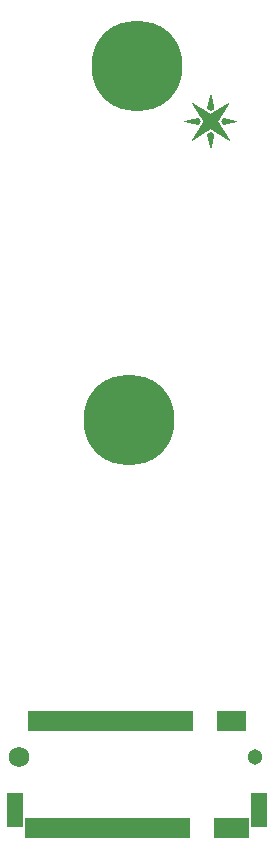
<source format=gts>
G75*
%MOIN*%
%OFA0B0*%
%FSLAX25Y25*%
%IPPOS*%
%LPD*%
%AMOC8*
5,1,8,0,0,1.08239X$1,22.5*
%
%ADD10C,0.00100*%
%ADD11R,0.01981X0.06902*%
%ADD12C,0.05131*%
%ADD13C,0.06902*%
%ADD14R,0.05524X0.11627*%
%ADD15C,0.30328*%
D10*
X0082169Y0243460D02*
X0083169Y0247860D01*
X0082169Y0248560D01*
X0081169Y0247860D01*
X0082169Y0243460D01*
X0082159Y0243506D02*
X0082180Y0243506D01*
X0082202Y0243604D02*
X0082137Y0243604D01*
X0082114Y0243703D02*
X0082224Y0243703D01*
X0082247Y0243801D02*
X0082092Y0243801D01*
X0082069Y0243900D02*
X0082269Y0243900D01*
X0082292Y0243998D02*
X0082047Y0243998D01*
X0082025Y0244097D02*
X0082314Y0244097D01*
X0082336Y0244195D02*
X0082002Y0244195D01*
X0081980Y0244294D02*
X0082359Y0244294D01*
X0082381Y0244392D02*
X0081957Y0244392D01*
X0081935Y0244491D02*
X0082404Y0244491D01*
X0082426Y0244589D02*
X0081913Y0244589D01*
X0081890Y0244688D02*
X0082448Y0244688D01*
X0082471Y0244786D02*
X0081868Y0244786D01*
X0081845Y0244885D02*
X0082493Y0244885D01*
X0082516Y0244983D02*
X0081823Y0244983D01*
X0081801Y0245082D02*
X0082538Y0245082D01*
X0082560Y0245180D02*
X0081778Y0245180D01*
X0081756Y0245279D02*
X0082583Y0245279D01*
X0082605Y0245377D02*
X0081734Y0245377D01*
X0081711Y0245476D02*
X0082627Y0245476D01*
X0082650Y0245574D02*
X0081689Y0245574D01*
X0081666Y0245673D02*
X0082672Y0245673D01*
X0082695Y0245771D02*
X0081644Y0245771D01*
X0081622Y0245870D02*
X0082717Y0245870D01*
X0082739Y0245968D02*
X0081599Y0245968D01*
X0081577Y0246067D02*
X0082762Y0246067D01*
X0082784Y0246165D02*
X0081554Y0246165D01*
X0081532Y0246264D02*
X0082807Y0246264D01*
X0082829Y0246362D02*
X0081510Y0246362D01*
X0081487Y0246461D02*
X0082851Y0246461D01*
X0082874Y0246559D02*
X0081465Y0246559D01*
X0081442Y0246658D02*
X0082896Y0246658D01*
X0082919Y0246756D02*
X0081420Y0246756D01*
X0081398Y0246855D02*
X0082941Y0246855D01*
X0082963Y0246953D02*
X0081375Y0246953D01*
X0081353Y0247052D02*
X0082986Y0247052D01*
X0083008Y0247151D02*
X0081330Y0247151D01*
X0081308Y0247249D02*
X0083030Y0247249D01*
X0083053Y0247348D02*
X0081286Y0247348D01*
X0081263Y0247446D02*
X0083075Y0247446D01*
X0083098Y0247545D02*
X0081241Y0247545D01*
X0081219Y0247643D02*
X0083120Y0247643D01*
X0083142Y0247742D02*
X0081196Y0247742D01*
X0081174Y0247840D02*
X0083165Y0247840D01*
X0083057Y0247939D02*
X0081282Y0247939D01*
X0081423Y0248037D02*
X0082916Y0248037D01*
X0082775Y0248136D02*
X0081563Y0248136D01*
X0081704Y0248234D02*
X0082635Y0248234D01*
X0082494Y0248333D02*
X0081845Y0248333D01*
X0081985Y0248431D02*
X0082353Y0248431D01*
X0082212Y0248530D02*
X0082126Y0248530D01*
X0081488Y0249613D02*
X0078247Y0249613D01*
X0078187Y0249515D02*
X0081338Y0249515D01*
X0081188Y0249416D02*
X0078126Y0249416D01*
X0078066Y0249318D02*
X0081038Y0249318D01*
X0080887Y0249219D02*
X0078006Y0249219D01*
X0077945Y0249121D02*
X0080737Y0249121D01*
X0080587Y0249022D02*
X0077885Y0249022D01*
X0077825Y0248924D02*
X0080437Y0248924D01*
X0080286Y0248825D02*
X0077764Y0248825D01*
X0077704Y0248727D02*
X0080136Y0248727D01*
X0079986Y0248628D02*
X0077643Y0248628D01*
X0077583Y0248530D02*
X0079836Y0248530D01*
X0079686Y0248431D02*
X0077523Y0248431D01*
X0077462Y0248333D02*
X0079535Y0248333D01*
X0079385Y0248234D02*
X0077402Y0248234D01*
X0077342Y0248136D02*
X0079235Y0248136D01*
X0079085Y0248037D02*
X0077281Y0248037D01*
X0077221Y0247939D02*
X0078934Y0247939D01*
X0078784Y0247840D02*
X0077160Y0247840D01*
X0077100Y0247742D02*
X0078634Y0247742D01*
X0078484Y0247643D02*
X0077040Y0247643D01*
X0076979Y0247545D02*
X0078333Y0247545D01*
X0078183Y0247446D02*
X0076919Y0247446D01*
X0076859Y0247348D02*
X0078033Y0247348D01*
X0077883Y0247249D02*
X0076798Y0247249D01*
X0076738Y0247151D02*
X0077733Y0247151D01*
X0077582Y0247052D02*
X0076677Y0247052D01*
X0076617Y0246953D02*
X0077432Y0246953D01*
X0077282Y0246855D02*
X0076557Y0246855D01*
X0076496Y0246756D02*
X0077132Y0246756D01*
X0076981Y0246658D02*
X0076436Y0246658D01*
X0076376Y0246559D02*
X0076831Y0246559D01*
X0076681Y0246461D02*
X0076315Y0246461D01*
X0076255Y0246362D02*
X0076531Y0246362D01*
X0076380Y0246264D02*
X0076194Y0246264D01*
X0076230Y0246165D02*
X0076134Y0246165D01*
X0076080Y0246067D02*
X0076074Y0246067D01*
X0076069Y0246060D02*
X0082169Y0250060D01*
X0088369Y0245960D01*
X0084369Y0252260D01*
X0088169Y0258360D01*
X0082169Y0254460D01*
X0076069Y0258260D01*
X0079869Y0252260D01*
X0076069Y0246060D01*
X0076826Y0251584D02*
X0078118Y0251584D01*
X0078184Y0251682D02*
X0076323Y0251682D01*
X0075819Y0251781D02*
X0078250Y0251781D01*
X0078315Y0251879D02*
X0075316Y0251879D01*
X0074812Y0251978D02*
X0078381Y0251978D01*
X0078447Y0252076D02*
X0074309Y0252076D01*
X0074444Y0252470D02*
X0078429Y0252470D01*
X0078495Y0252372D02*
X0073941Y0252372D01*
X0073805Y0252175D02*
X0078512Y0252175D01*
X0078569Y0252260D02*
X0077969Y0253160D01*
X0073369Y0252260D01*
X0077969Y0251360D01*
X0078569Y0252260D01*
X0078560Y0252273D02*
X0073437Y0252273D01*
X0074948Y0252569D02*
X0078363Y0252569D01*
X0078298Y0252667D02*
X0075451Y0252667D01*
X0075955Y0252766D02*
X0078232Y0252766D01*
X0078166Y0252864D02*
X0076458Y0252864D01*
X0076962Y0252963D02*
X0078101Y0252963D01*
X0078035Y0253061D02*
X0077465Y0253061D01*
X0077969Y0253160D02*
X0077969Y0253160D01*
X0078925Y0253751D02*
X0085298Y0253751D01*
X0085359Y0253849D02*
X0078863Y0253849D01*
X0078800Y0253948D02*
X0085421Y0253948D01*
X0085482Y0254046D02*
X0078738Y0254046D01*
X0078675Y0254145D02*
X0085544Y0254145D01*
X0085605Y0254243D02*
X0078613Y0254243D01*
X0078551Y0254342D02*
X0085666Y0254342D01*
X0085728Y0254440D02*
X0078488Y0254440D01*
X0078426Y0254539D02*
X0082042Y0254539D01*
X0081884Y0254637D02*
X0078364Y0254637D01*
X0078301Y0254736D02*
X0081726Y0254736D01*
X0081568Y0254834D02*
X0078239Y0254834D01*
X0078176Y0254933D02*
X0081410Y0254933D01*
X0081252Y0255031D02*
X0078114Y0255031D01*
X0078052Y0255130D02*
X0081094Y0255130D01*
X0080936Y0255228D02*
X0077989Y0255228D01*
X0077927Y0255327D02*
X0080777Y0255327D01*
X0080619Y0255425D02*
X0077864Y0255425D01*
X0077802Y0255524D02*
X0080461Y0255524D01*
X0080303Y0255622D02*
X0077740Y0255622D01*
X0077677Y0255721D02*
X0080145Y0255721D01*
X0079987Y0255820D02*
X0077615Y0255820D01*
X0077552Y0255918D02*
X0079829Y0255918D01*
X0079670Y0256017D02*
X0077490Y0256017D01*
X0077428Y0256115D02*
X0079512Y0256115D01*
X0079354Y0256214D02*
X0077365Y0256214D01*
X0077303Y0256312D02*
X0079196Y0256312D01*
X0079038Y0256411D02*
X0077240Y0256411D01*
X0077178Y0256509D02*
X0078880Y0256509D01*
X0078722Y0256608D02*
X0077116Y0256608D01*
X0077053Y0256706D02*
X0078563Y0256706D01*
X0078405Y0256805D02*
X0076991Y0256805D01*
X0076929Y0256903D02*
X0078247Y0256903D01*
X0078089Y0257002D02*
X0076866Y0257002D01*
X0076804Y0257100D02*
X0077931Y0257100D01*
X0077773Y0257199D02*
X0076741Y0257199D01*
X0076679Y0257297D02*
X0077615Y0257297D01*
X0077457Y0257396D02*
X0076617Y0257396D01*
X0076554Y0257494D02*
X0077298Y0257494D01*
X0077140Y0257593D02*
X0076492Y0257593D01*
X0076429Y0257691D02*
X0076982Y0257691D01*
X0076824Y0257790D02*
X0076367Y0257790D01*
X0076305Y0257888D02*
X0076666Y0257888D01*
X0076508Y0257987D02*
X0076242Y0257987D01*
X0076180Y0258085D02*
X0076350Y0258085D01*
X0076191Y0258184D02*
X0076117Y0258184D01*
X0078987Y0253652D02*
X0085237Y0253652D01*
X0085175Y0253554D02*
X0079050Y0253554D01*
X0079112Y0253455D02*
X0085114Y0253455D01*
X0085053Y0253357D02*
X0079175Y0253357D01*
X0079237Y0253258D02*
X0084991Y0253258D01*
X0084930Y0253160D02*
X0079299Y0253160D01*
X0079362Y0253061D02*
X0084868Y0253061D01*
X0084807Y0252963D02*
X0079424Y0252963D01*
X0079487Y0252864D02*
X0084746Y0252864D01*
X0084684Y0252766D02*
X0079549Y0252766D01*
X0079611Y0252667D02*
X0084623Y0252667D01*
X0084562Y0252569D02*
X0079674Y0252569D01*
X0079736Y0252470D02*
X0084500Y0252470D01*
X0084439Y0252372D02*
X0079798Y0252372D01*
X0079861Y0252273D02*
X0084378Y0252273D01*
X0084423Y0252175D02*
X0079817Y0252175D01*
X0079757Y0252076D02*
X0084486Y0252076D01*
X0084549Y0251978D02*
X0079696Y0251978D01*
X0079636Y0251879D02*
X0084611Y0251879D01*
X0084674Y0251781D02*
X0079576Y0251781D01*
X0079515Y0251682D02*
X0084736Y0251682D01*
X0084799Y0251584D02*
X0079455Y0251584D01*
X0079394Y0251485D02*
X0084861Y0251485D01*
X0084924Y0251386D02*
X0079334Y0251386D01*
X0079274Y0251288D02*
X0084986Y0251288D01*
X0085049Y0251189D02*
X0079213Y0251189D01*
X0079153Y0251091D02*
X0085111Y0251091D01*
X0085174Y0250992D02*
X0079093Y0250992D01*
X0079032Y0250894D02*
X0085237Y0250894D01*
X0085299Y0250795D02*
X0078972Y0250795D01*
X0078911Y0250697D02*
X0085362Y0250697D01*
X0085424Y0250598D02*
X0078851Y0250598D01*
X0078791Y0250500D02*
X0085487Y0250500D01*
X0085549Y0250401D02*
X0078730Y0250401D01*
X0078670Y0250303D02*
X0085612Y0250303D01*
X0085674Y0250204D02*
X0078609Y0250204D01*
X0078549Y0250106D02*
X0085737Y0250106D01*
X0085799Y0250007D02*
X0082249Y0250007D01*
X0082089Y0250007D02*
X0078489Y0250007D01*
X0078428Y0249909D02*
X0081939Y0249909D01*
X0081789Y0249810D02*
X0078368Y0249810D01*
X0078308Y0249712D02*
X0081639Y0249712D01*
X0082398Y0249909D02*
X0085862Y0249909D01*
X0085925Y0249810D02*
X0082547Y0249810D01*
X0082696Y0249712D02*
X0085987Y0249712D01*
X0086050Y0249613D02*
X0082845Y0249613D01*
X0082994Y0249515D02*
X0086112Y0249515D01*
X0086175Y0249416D02*
X0083142Y0249416D01*
X0083291Y0249318D02*
X0086237Y0249318D01*
X0086300Y0249219D02*
X0083440Y0249219D01*
X0083589Y0249121D02*
X0086362Y0249121D01*
X0086425Y0249022D02*
X0083738Y0249022D01*
X0083887Y0248924D02*
X0086487Y0248924D01*
X0086550Y0248825D02*
X0084036Y0248825D01*
X0084185Y0248727D02*
X0086613Y0248727D01*
X0086675Y0248628D02*
X0084334Y0248628D01*
X0084483Y0248530D02*
X0086738Y0248530D01*
X0086800Y0248431D02*
X0084632Y0248431D01*
X0084781Y0248333D02*
X0086863Y0248333D01*
X0086925Y0248234D02*
X0084930Y0248234D01*
X0085079Y0248136D02*
X0086988Y0248136D01*
X0087050Y0248037D02*
X0085228Y0248037D01*
X0085377Y0247939D02*
X0087113Y0247939D01*
X0087175Y0247840D02*
X0085526Y0247840D01*
X0085675Y0247742D02*
X0087238Y0247742D01*
X0087301Y0247643D02*
X0085824Y0247643D01*
X0085973Y0247545D02*
X0087363Y0247545D01*
X0087426Y0247446D02*
X0086122Y0247446D01*
X0086271Y0247348D02*
X0087488Y0247348D01*
X0087551Y0247249D02*
X0086420Y0247249D01*
X0086569Y0247151D02*
X0087613Y0247151D01*
X0087676Y0247052D02*
X0086718Y0247052D01*
X0086867Y0246953D02*
X0087738Y0246953D01*
X0087801Y0246855D02*
X0087016Y0246855D01*
X0087165Y0246756D02*
X0087864Y0246756D01*
X0087926Y0246658D02*
X0087314Y0246658D01*
X0087463Y0246559D02*
X0087989Y0246559D01*
X0088051Y0246461D02*
X0087612Y0246461D01*
X0087761Y0246362D02*
X0088114Y0246362D01*
X0088176Y0246264D02*
X0087909Y0246264D01*
X0088058Y0246165D02*
X0088239Y0246165D01*
X0088207Y0246067D02*
X0088301Y0246067D01*
X0088356Y0245968D02*
X0088364Y0245968D01*
X0087463Y0251584D02*
X0086220Y0251584D01*
X0086155Y0251682D02*
X0087944Y0251682D01*
X0088426Y0251781D02*
X0086089Y0251781D01*
X0086023Y0251879D02*
X0088908Y0251879D01*
X0089389Y0251978D02*
X0085957Y0251978D01*
X0085892Y0252076D02*
X0089871Y0252076D01*
X0089741Y0252470D02*
X0085909Y0252470D01*
X0085844Y0252372D02*
X0090223Y0252372D01*
X0090352Y0252175D02*
X0085826Y0252175D01*
X0085769Y0252260D02*
X0086369Y0251360D01*
X0090769Y0252260D01*
X0086369Y0253160D01*
X0085769Y0252260D01*
X0085778Y0252273D02*
X0090705Y0252273D01*
X0089260Y0252569D02*
X0085975Y0252569D01*
X0086041Y0252667D02*
X0088778Y0252667D01*
X0088296Y0252766D02*
X0086106Y0252766D01*
X0086172Y0252864D02*
X0087815Y0252864D01*
X0087333Y0252963D02*
X0086238Y0252963D01*
X0086304Y0253061D02*
X0086852Y0253061D01*
X0086370Y0253160D02*
X0086369Y0253160D01*
X0085789Y0254539D02*
X0082291Y0254539D01*
X0082442Y0254637D02*
X0085850Y0254637D01*
X0085912Y0254736D02*
X0082594Y0254736D01*
X0082746Y0254834D02*
X0085973Y0254834D01*
X0086034Y0254933D02*
X0082897Y0254933D01*
X0083049Y0255031D02*
X0086096Y0255031D01*
X0086157Y0255130D02*
X0083200Y0255130D01*
X0083352Y0255228D02*
X0086219Y0255228D01*
X0086280Y0255327D02*
X0083503Y0255327D01*
X0083655Y0255425D02*
X0086341Y0255425D01*
X0086403Y0255524D02*
X0083806Y0255524D01*
X0083958Y0255622D02*
X0086464Y0255622D01*
X0086525Y0255721D02*
X0084110Y0255721D01*
X0084261Y0255820D02*
X0086587Y0255820D01*
X0086648Y0255918D02*
X0084413Y0255918D01*
X0084564Y0256017D02*
X0086710Y0256017D01*
X0086771Y0256115D02*
X0084716Y0256115D01*
X0084867Y0256214D02*
X0086832Y0256214D01*
X0086894Y0256312D02*
X0085019Y0256312D01*
X0085170Y0256411D02*
X0086955Y0256411D01*
X0087016Y0256509D02*
X0085322Y0256509D01*
X0085474Y0256608D02*
X0087078Y0256608D01*
X0087139Y0256706D02*
X0085625Y0256706D01*
X0085777Y0256805D02*
X0087200Y0256805D01*
X0087262Y0256903D02*
X0085928Y0256903D01*
X0086080Y0257002D02*
X0087323Y0257002D01*
X0087385Y0257100D02*
X0086231Y0257100D01*
X0086383Y0257199D02*
X0087446Y0257199D01*
X0087507Y0257297D02*
X0086534Y0257297D01*
X0086686Y0257396D02*
X0087569Y0257396D01*
X0087630Y0257494D02*
X0086838Y0257494D01*
X0086989Y0257593D02*
X0087691Y0257593D01*
X0087753Y0257691D02*
X0087141Y0257691D01*
X0087292Y0257790D02*
X0087814Y0257790D01*
X0087876Y0257888D02*
X0087444Y0257888D01*
X0087595Y0257987D02*
X0087937Y0257987D01*
X0087998Y0258085D02*
X0087747Y0258085D01*
X0087898Y0258184D02*
X0088060Y0258184D01*
X0088050Y0258282D02*
X0088121Y0258282D01*
X0086981Y0251485D02*
X0086286Y0251485D01*
X0086352Y0251386D02*
X0086500Y0251386D01*
X0083169Y0256460D02*
X0082169Y0261060D01*
X0081169Y0256460D01*
X0082169Y0255860D01*
X0083169Y0256460D01*
X0083159Y0256509D02*
X0081180Y0256509D01*
X0081201Y0256608D02*
X0083137Y0256608D01*
X0083116Y0256706D02*
X0081223Y0256706D01*
X0081244Y0256805D02*
X0083094Y0256805D01*
X0083073Y0256903D02*
X0081266Y0256903D01*
X0081287Y0257002D02*
X0083052Y0257002D01*
X0083030Y0257100D02*
X0081308Y0257100D01*
X0081330Y0257199D02*
X0083009Y0257199D01*
X0082987Y0257297D02*
X0081351Y0257297D01*
X0081373Y0257396D02*
X0082966Y0257396D01*
X0082944Y0257494D02*
X0081394Y0257494D01*
X0081416Y0257593D02*
X0082923Y0257593D01*
X0082902Y0257691D02*
X0081437Y0257691D01*
X0081458Y0257790D02*
X0082880Y0257790D01*
X0082859Y0257888D02*
X0081480Y0257888D01*
X0081501Y0257987D02*
X0082837Y0257987D01*
X0082816Y0258085D02*
X0081523Y0258085D01*
X0081544Y0258184D02*
X0082795Y0258184D01*
X0082773Y0258282D02*
X0081565Y0258282D01*
X0081587Y0258381D02*
X0082752Y0258381D01*
X0082730Y0258479D02*
X0081608Y0258479D01*
X0081630Y0258578D02*
X0082709Y0258578D01*
X0082687Y0258676D02*
X0081651Y0258676D01*
X0081673Y0258775D02*
X0082666Y0258775D01*
X0082645Y0258873D02*
X0081694Y0258873D01*
X0081715Y0258972D02*
X0082623Y0258972D01*
X0082602Y0259070D02*
X0081737Y0259070D01*
X0081758Y0259169D02*
X0082580Y0259169D01*
X0082559Y0259267D02*
X0081780Y0259267D01*
X0081801Y0259366D02*
X0082538Y0259366D01*
X0082516Y0259464D02*
X0081822Y0259464D01*
X0081844Y0259563D02*
X0082495Y0259563D01*
X0082473Y0259661D02*
X0081865Y0259661D01*
X0081887Y0259760D02*
X0082452Y0259760D01*
X0082430Y0259858D02*
X0081908Y0259858D01*
X0081930Y0259957D02*
X0082409Y0259957D01*
X0082388Y0260055D02*
X0081951Y0260055D01*
X0081972Y0260154D02*
X0082366Y0260154D01*
X0082345Y0260253D02*
X0081994Y0260253D01*
X0082015Y0260351D02*
X0082323Y0260351D01*
X0082302Y0260450D02*
X0082037Y0260450D01*
X0082058Y0260548D02*
X0082281Y0260548D01*
X0082259Y0260647D02*
X0082079Y0260647D01*
X0082101Y0260745D02*
X0082238Y0260745D01*
X0082216Y0260844D02*
X0082122Y0260844D01*
X0082144Y0260942D02*
X0082195Y0260942D01*
X0082173Y0261041D02*
X0082165Y0261041D01*
X0081251Y0256411D02*
X0083087Y0256411D01*
X0082923Y0256312D02*
X0081416Y0256312D01*
X0081580Y0256214D02*
X0082759Y0256214D01*
X0082595Y0256115D02*
X0081744Y0256115D01*
X0081908Y0256017D02*
X0082430Y0256017D01*
X0082266Y0255918D02*
X0082072Y0255918D01*
X0078053Y0251485D02*
X0077330Y0251485D01*
X0077833Y0251386D02*
X0077987Y0251386D01*
D11*
X0075409Y0052378D03*
X0073441Y0052378D03*
X0071472Y0052378D03*
X0069504Y0052378D03*
X0067535Y0052378D03*
X0065567Y0052378D03*
X0063598Y0052378D03*
X0061630Y0052378D03*
X0059661Y0052378D03*
X0057693Y0052378D03*
X0055724Y0052378D03*
X0053756Y0052378D03*
X0051787Y0052378D03*
X0049819Y0052378D03*
X0047850Y0052378D03*
X0045882Y0052378D03*
X0043913Y0052378D03*
X0041945Y0052378D03*
X0039976Y0052378D03*
X0038008Y0052378D03*
X0036039Y0052378D03*
X0034071Y0052378D03*
X0032102Y0052378D03*
X0030134Y0052378D03*
X0028165Y0052378D03*
X0026197Y0052378D03*
X0024228Y0052378D03*
X0022260Y0052378D03*
X0023244Y0016551D03*
X0025213Y0016551D03*
X0027181Y0016551D03*
X0029150Y0016551D03*
X0031118Y0016551D03*
X0033087Y0016551D03*
X0035055Y0016551D03*
X0037024Y0016551D03*
X0038992Y0016551D03*
X0040961Y0016551D03*
X0042929Y0016551D03*
X0044898Y0016551D03*
X0046866Y0016551D03*
X0048835Y0016551D03*
X0050803Y0016551D03*
X0052772Y0016551D03*
X0054740Y0016551D03*
X0056709Y0016551D03*
X0058677Y0016551D03*
X0060646Y0016551D03*
X0062614Y0016551D03*
X0064583Y0016551D03*
X0066551Y0016551D03*
X0068520Y0016551D03*
X0070488Y0016551D03*
X0072457Y0016551D03*
X0074425Y0016551D03*
X0084268Y0016551D03*
X0086236Y0016551D03*
X0088205Y0016551D03*
X0090173Y0016551D03*
X0092142Y0016551D03*
X0094110Y0016551D03*
X0093126Y0052378D03*
X0091157Y0052378D03*
X0089189Y0052378D03*
X0087220Y0052378D03*
X0085252Y0052378D03*
X0021276Y0016551D03*
D12*
X0097063Y0040370D03*
D13*
X0018323Y0040370D03*
D14*
X0016945Y0022654D03*
X0098441Y0022654D03*
D15*
X0055134Y0152575D03*
X0057693Y0270685D03*
M02*

</source>
